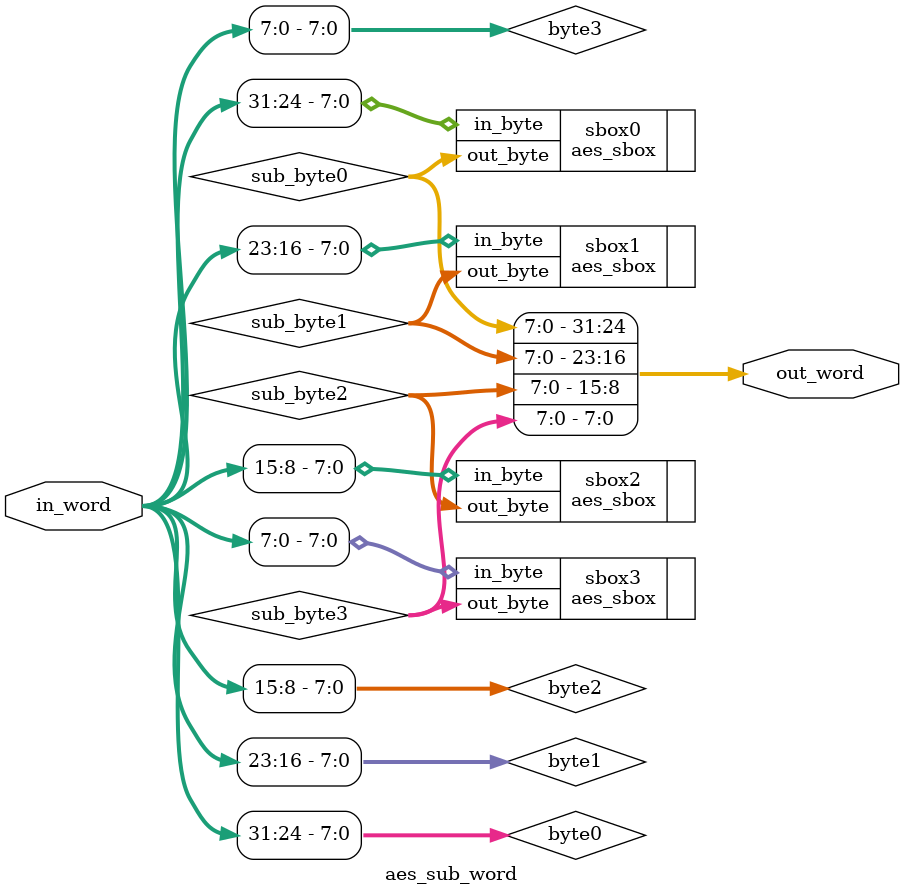
<source format=v>
module aes_sub_word(
    input  wire [31:0] in_word,
    output wire [31:0] out_word
);
    // Break the 32-bit word into four 8-bit segments
    wire [7:0] byte0, byte1, byte2, byte3;
    assign byte0 = in_word[31:24];
    assign byte1 = in_word[23:16];
    assign byte2 = in_word[15:8];
    assign byte3 = in_word[7:0];

    // Instantiate the S-box module for each byte
    wire [7:0] sub_byte0, sub_byte1, sub_byte2, sub_byte3;
    aes_sbox sbox0 (
        .in_byte(byte0),
        .out_byte(sub_byte0)
    );
    aes_sbox sbox1 (
        .in_byte(byte1),
        .out_byte(sub_byte1)
    );
    aes_sbox sbox2 (
        .in_byte(byte2),
        .out_byte(sub_byte2)
    );
    aes_sbox sbox3 (
        .in_byte(byte3),
        .out_byte(sub_byte3)
    );

    // Concatenate the substituted bytes into the final 32-bit output word.
    assign out_word = {sub_byte0, sub_byte1, sub_byte2, sub_byte3};

endmodule

</source>
